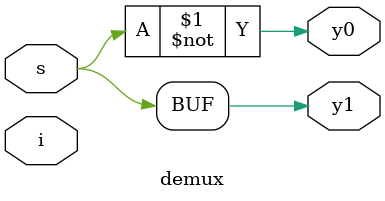
<source format=v>
module demux(i,s,y0,y1);
input i,s;
output y0,y1;
assign y0=~s;
assign y1=s;
endmodule

</source>
